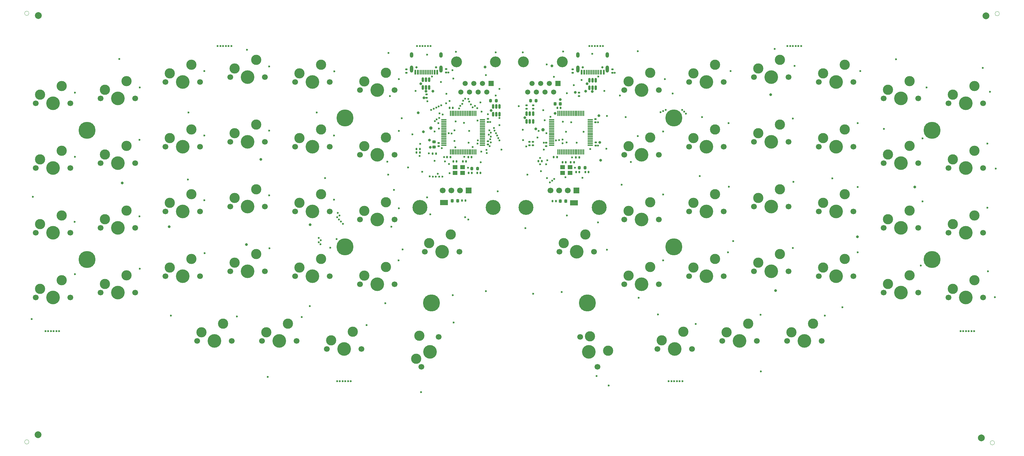
<source format=gts>
G04 #@! TF.GenerationSoftware,KiCad,Pcbnew,9.0.1*
G04 #@! TF.CreationDate,2025-05-10T22:07:30+12:00*
G04 #@! TF.ProjectId,Koca58,4b6f6361-3538-42e6-9b69-6361645f7063,v1.0.0*
G04 #@! TF.SameCoordinates,Original*
G04 #@! TF.FileFunction,Soldermask,Top*
G04 #@! TF.FilePolarity,Negative*
%FSLAX46Y46*%
G04 Gerber Fmt 4.6, Leading zero omitted, Abs format (unit mm)*
G04 Created by KiCad (PCBNEW 9.0.1) date 2025-05-10 22:07:30*
%MOMM*%
%LPD*%
G01*
G04 APERTURE LIST*
G04 Aperture macros list*
%AMRoundRect*
0 Rectangle with rounded corners*
0 $1 Rounding radius*
0 $2 $3 $4 $5 $6 $7 $8 $9 X,Y pos of 4 corners*
0 Add a 4 corners polygon primitive as box body*
4,1,4,$2,$3,$4,$5,$6,$7,$8,$9,$2,$3,0*
0 Add four circle primitives for the rounded corners*
1,1,$1+$1,$2,$3*
1,1,$1+$1,$4,$5*
1,1,$1+$1,$6,$7*
1,1,$1+$1,$8,$9*
0 Add four rect primitives between the rounded corners*
20,1,$1+$1,$2,$3,$4,$5,0*
20,1,$1+$1,$4,$5,$6,$7,0*
20,1,$1+$1,$6,$7,$8,$9,0*
20,1,$1+$1,$8,$9,$2,$3,0*%
G04 Aperture macros list end*
%ADD10C,0.100000*%
%ADD11C,1.700000*%
%ADD12C,3.000000*%
%ADD13C,4.000000*%
%ADD14C,3.200000*%
%ADD15R,1.500000X1.500000*%
%ADD16C,1.500000*%
%ADD17C,0.650000*%
%ADD18R,0.600000X1.450000*%
%ADD19R,0.300000X1.450000*%
%ADD20O,1.000000X2.100000*%
%ADD21O,1.000000X1.600000*%
%ADD22RoundRect,0.135000X-0.185000X0.135000X-0.185000X-0.135000X0.185000X-0.135000X0.185000X0.135000X0*%
%ADD23RoundRect,0.200000X-0.200000X-0.275000X0.200000X-0.275000X0.200000X0.275000X-0.200000X0.275000X0*%
%ADD24R,1.400000X1.200000*%
%ADD25C,5.000000*%
%ADD26R,1.000000X1.500000*%
%ADD27RoundRect,0.140000X-0.140000X-0.170000X0.140000X-0.170000X0.140000X0.170000X-0.140000X0.170000X0*%
%ADD28C,2.000000*%
%ADD29RoundRect,0.150000X0.150000X-0.512500X0.150000X0.512500X-0.150000X0.512500X-0.150000X-0.512500X0*%
%ADD30RoundRect,0.075000X0.075000X-0.700000X0.075000X0.700000X-0.075000X0.700000X-0.075000X-0.700000X0*%
%ADD31RoundRect,0.075000X0.700000X-0.075000X0.700000X0.075000X-0.700000X0.075000X-0.700000X-0.075000X0*%
%ADD32C,4.400000*%
%ADD33RoundRect,0.200000X0.200000X0.275000X-0.200000X0.275000X-0.200000X-0.275000X0.200000X-0.275000X0*%
%ADD34C,0.600000*%
%ADD35RoundRect,0.140000X0.140000X0.170000X-0.140000X0.170000X-0.140000X-0.170000X0.140000X-0.170000X0*%
%ADD36C,1.000000*%
%ADD37RoundRect,0.140000X-0.170000X0.140000X-0.170000X-0.140000X0.170000X-0.140000X0.170000X0.140000X0*%
%ADD38RoundRect,0.225000X-0.225000X-0.250000X0.225000X-0.250000X0.225000X0.250000X-0.225000X0.250000X0*%
%ADD39RoundRect,0.140000X0.170000X-0.140000X0.170000X0.140000X-0.170000X0.140000X-0.170000X-0.140000X0*%
%ADD40RoundRect,0.135000X0.185000X-0.135000X0.185000X0.135000X-0.185000X0.135000X-0.185000X-0.135000X0*%
%ADD41RoundRect,0.225000X0.250000X-0.225000X0.250000X0.225000X-0.250000X0.225000X-0.250000X-0.225000X0*%
%ADD42R,1.700000X1.700000*%
%ADD43RoundRect,0.150000X-0.150000X0.512500X-0.150000X-0.512500X0.150000X-0.512500X0.150000X0.512500X0*%
%ADD44RoundRect,0.135000X-0.135000X-0.185000X0.135000X-0.185000X0.135000X0.185000X-0.135000X0.185000X0*%
%ADD45RoundRect,0.135000X0.135000X0.185000X-0.135000X0.185000X-0.135000X-0.185000X0.135000X-0.185000X0*%
%ADD46RoundRect,0.218750X-0.218750X-0.256250X0.218750X-0.256250X0.218750X0.256250X-0.218750X0.256250X0*%
%ADD47RoundRect,0.218750X0.218750X0.256250X-0.218750X0.256250X-0.218750X-0.256250X0.218750X-0.256250X0*%
%ADD48C,0.800000*%
G04 APERTURE END LIST*
G36*
X223225000Y-138200000D02*
G01*
X222925000Y-138200000D01*
X222925000Y-136700000D01*
X223225000Y-136700000D01*
X223225000Y-138200000D01*
G37*
D10*
X348071200Y-81788000D02*
G75*
G02*
X346771200Y-81788000I-650000J0D01*
G01*
X346771200Y-81788000D02*
G75*
G02*
X348071200Y-81788000I650000J0D01*
G01*
X62981600Y-207822800D02*
G75*
G02*
X61681600Y-207822800I-650000J0D01*
G01*
X61681600Y-207822800D02*
G75*
G02*
X62981600Y-207822800I650000J0D01*
G01*
G36*
X184750000Y-136625000D02*
G01*
X185050000Y-136625000D01*
X185050000Y-138125000D01*
X184750000Y-138125000D01*
X184750000Y-136625000D01*
G37*
X62981600Y-81686400D02*
G75*
G02*
X61681600Y-81686400I-650000J0D01*
G01*
X61681600Y-81686400D02*
G75*
G02*
X62981600Y-81686400I650000J0D01*
G01*
X346648800Y-208076800D02*
G75*
G02*
X345348800Y-208076800I-650000J0D01*
G01*
X345348800Y-208076800D02*
G75*
G02*
X346648800Y-208076800I650000J0D01*
G01*
D11*
X305186000Y-101900000D03*
D12*
X302646000Y-96820000D03*
D13*
X300106000Y-101900000D03*
D12*
X296296000Y-99360000D03*
D11*
X295026000Y-101900000D03*
X276786000Y-178100000D03*
D12*
X274246000Y-173020000D03*
D13*
X271706000Y-178100000D03*
D12*
X267896000Y-175560000D03*
D11*
X266626000Y-178100000D03*
X228986000Y-151850000D03*
D12*
X226446000Y-146770000D03*
D13*
X223906000Y-151850000D03*
D12*
X220096000Y-149310000D03*
D11*
X218826000Y-151850000D03*
X94180000Y-144850000D03*
D12*
X91640000Y-139770000D03*
D13*
X89100000Y-144850000D03*
D12*
X85290000Y-142310000D03*
D11*
X84020000Y-144850000D03*
X132280000Y-119550000D03*
D12*
X129740000Y-114470000D03*
D13*
X127200000Y-119550000D03*
D12*
X123390000Y-117010000D03*
D11*
X122120000Y-119550000D03*
X132280000Y-138600000D03*
D12*
X129740000Y-133520000D03*
D13*
X127200000Y-138600000D03*
D12*
X123390000Y-136060000D03*
D11*
X122120000Y-138600000D03*
X170380000Y-142400000D03*
D12*
X167840000Y-137320000D03*
D13*
X165300000Y-142400000D03*
D12*
X161490000Y-139860000D03*
D11*
X160220000Y-142400000D03*
X94180000Y-106750000D03*
D12*
X91640000Y-101670000D03*
D13*
X89100000Y-106750000D03*
D12*
X85290000Y-104210000D03*
D11*
X84020000Y-106750000D03*
X75130000Y-146300000D03*
D12*
X72590000Y-141220000D03*
D13*
X70050000Y-146300000D03*
D12*
X66240000Y-143760000D03*
D11*
X64970000Y-146300000D03*
X151330000Y-120950000D03*
D12*
X148790000Y-115870000D03*
D13*
X146250000Y-120950000D03*
D12*
X142440000Y-118410000D03*
D11*
X141170000Y-120950000D03*
X267086000Y-101900000D03*
D12*
X264546000Y-96820000D03*
D13*
X262006000Y-101900000D03*
D12*
X258196000Y-99360000D03*
D11*
X256926000Y-101900000D03*
X267086000Y-159050000D03*
D12*
X264546000Y-153970000D03*
D13*
X262006000Y-159050000D03*
D12*
X258196000Y-156510000D03*
D11*
X256926000Y-159050000D03*
X132280000Y-157650000D03*
D12*
X129740000Y-152570000D03*
D13*
X127200000Y-157650000D03*
D12*
X123390000Y-155110000D03*
D11*
X122120000Y-157650000D03*
X113230000Y-120950000D03*
D12*
X110690000Y-115870000D03*
D13*
X108150000Y-120950000D03*
D12*
X104340000Y-118410000D03*
D11*
X103070000Y-120950000D03*
X305186000Y-120950000D03*
D12*
X302646000Y-115870000D03*
D13*
X300106000Y-120950000D03*
D12*
X296296000Y-118410000D03*
D11*
X295026000Y-120950000D03*
X170380000Y-123350000D03*
D12*
X167840000Y-118270000D03*
D13*
X165300000Y-123350000D03*
D12*
X161490000Y-120810000D03*
D11*
X160220000Y-123350000D03*
X286136000Y-100500000D03*
D12*
X283596000Y-95420000D03*
D13*
X281056000Y-100500000D03*
D12*
X277246000Y-97960000D03*
D11*
X275976000Y-100500000D03*
X122580000Y-178100000D03*
D12*
X120040000Y-173020000D03*
D13*
X117500000Y-178100000D03*
D12*
X113690000Y-175560000D03*
D11*
X112420000Y-178100000D03*
X189430000Y-151850000D03*
D12*
X186890000Y-146770000D03*
D13*
X184350000Y-151850000D03*
D12*
X180540000Y-149310000D03*
D11*
X179270000Y-151850000D03*
X324236000Y-144850000D03*
D12*
X321696000Y-139770000D03*
D13*
X319156000Y-144850000D03*
D12*
X315346000Y-142310000D03*
D11*
X314076000Y-144850000D03*
X343286000Y-146300000D03*
D12*
X340746000Y-141220000D03*
D13*
X338206000Y-146300000D03*
D12*
X334396000Y-143760000D03*
D11*
X333126000Y-146300000D03*
X248036000Y-104300000D03*
D12*
X245496000Y-99220000D03*
D13*
X242956000Y-104300000D03*
D12*
X239146000Y-101760000D03*
D11*
X237876000Y-104300000D03*
X132280000Y-100500000D03*
D12*
X129740000Y-95420000D03*
D13*
X127200000Y-100500000D03*
D12*
X123390000Y-97960000D03*
D11*
X122120000Y-100500000D03*
X286136000Y-157650000D03*
D12*
X283596000Y-152570000D03*
D13*
X281056000Y-157650000D03*
D12*
X277246000Y-155110000D03*
D11*
X275976000Y-157650000D03*
X257736000Y-180500000D03*
D12*
X255196000Y-175420000D03*
D13*
X252656000Y-180500000D03*
D12*
X248846000Y-177960000D03*
D11*
X247576000Y-180500000D03*
X248036000Y-123350000D03*
D12*
X245496000Y-118270000D03*
D13*
X242956000Y-123350000D03*
D12*
X239146000Y-120810000D03*
D11*
X237876000Y-123350000D03*
X151330000Y-140000000D03*
D12*
X148790000Y-134920000D03*
D13*
X146250000Y-140000000D03*
D12*
X142440000Y-137460000D03*
D11*
X141170000Y-140000000D03*
X324236000Y-106750000D03*
D12*
X321696000Y-101670000D03*
D13*
X319156000Y-106750000D03*
D12*
X315346000Y-104210000D03*
D11*
X314076000Y-106750000D03*
X94180000Y-163900000D03*
D12*
X91640000Y-158820000D03*
D13*
X89100000Y-163900000D03*
D12*
X85290000Y-161360000D03*
D11*
X84020000Y-163900000D03*
X141630000Y-178100000D03*
D12*
X139090000Y-173020000D03*
D13*
X136550000Y-178100000D03*
D12*
X132740000Y-175560000D03*
D11*
X131470000Y-178100000D03*
X113230000Y-140000000D03*
D12*
X110690000Y-134920000D03*
D13*
X108150000Y-140000000D03*
D12*
X104340000Y-137460000D03*
D11*
X103070000Y-140000000D03*
X248036000Y-142400000D03*
D12*
X245496000Y-137320000D03*
D13*
X242956000Y-142400000D03*
D12*
X239146000Y-139860000D03*
D11*
X237876000Y-142400000D03*
X229996000Y-185699409D03*
D12*
X233125409Y-180959705D03*
D13*
X227456000Y-181300000D03*
D12*
X227750705Y-176730443D03*
D11*
X224916000Y-176900591D03*
X295836000Y-178100000D03*
D12*
X293296000Y-173020000D03*
D13*
X290756000Y-178100000D03*
D12*
X286946000Y-175560000D03*
D11*
X285676000Y-178100000D03*
X286136000Y-138600000D03*
D12*
X283596000Y-133520000D03*
D13*
X281056000Y-138600000D03*
D12*
X277246000Y-136060000D03*
D11*
X275976000Y-138600000D03*
X267086000Y-140000000D03*
D12*
X264546000Y-134920000D03*
D13*
X262006000Y-140000000D03*
D12*
X258196000Y-137460000D03*
D11*
X256926000Y-140000000D03*
X343286000Y-108200000D03*
D12*
X340746000Y-103120000D03*
D13*
X338206000Y-108200000D03*
D12*
X334396000Y-105660000D03*
D11*
X333126000Y-108200000D03*
X305186000Y-159050000D03*
D12*
X302646000Y-153970000D03*
D13*
X300106000Y-159050000D03*
D12*
X296296000Y-156510000D03*
D11*
X295026000Y-159050000D03*
X113230000Y-101900000D03*
D12*
X110690000Y-96820000D03*
D13*
X108150000Y-101900000D03*
D12*
X104340000Y-99360000D03*
D11*
X103070000Y-101900000D03*
X286136000Y-119550000D03*
D12*
X283596000Y-114470000D03*
D13*
X281056000Y-119550000D03*
D12*
X277246000Y-117010000D03*
D11*
X275976000Y-119550000D03*
X183340000Y-176900591D03*
D12*
X177670591Y-176560295D03*
D13*
X180800000Y-181300000D03*
D12*
X176695295Y-183329557D03*
D11*
X178260000Y-185699409D03*
X75130000Y-165350000D03*
D12*
X72590000Y-160270000D03*
D13*
X70050000Y-165350000D03*
D12*
X66240000Y-162810000D03*
D11*
X64970000Y-165350000D03*
X343286000Y-127250000D03*
D12*
X340746000Y-122170000D03*
D13*
X338206000Y-127250000D03*
D12*
X334396000Y-124710000D03*
D11*
X333126000Y-127250000D03*
X75130000Y-127250000D03*
D12*
X72590000Y-122170000D03*
D13*
X70050000Y-127250000D03*
D12*
X66240000Y-124710000D03*
D11*
X64970000Y-127250000D03*
X151330000Y-101900000D03*
D12*
X148790000Y-96820000D03*
D13*
X146250000Y-101900000D03*
D12*
X142440000Y-99360000D03*
D11*
X141170000Y-101900000D03*
X324236000Y-125800000D03*
D12*
X321696000Y-120720000D03*
D13*
X319156000Y-125800000D03*
D12*
X315346000Y-123260000D03*
D11*
X314076000Y-125800000D03*
X324236000Y-163900000D03*
D12*
X321696000Y-158820000D03*
D13*
X319156000Y-163900000D03*
D12*
X315346000Y-161360000D03*
D11*
X314076000Y-163900000D03*
X170380000Y-161450000D03*
D12*
X167840000Y-156370000D03*
D13*
X165300000Y-161450000D03*
D12*
X161490000Y-158910000D03*
D11*
X160220000Y-161450000D03*
X170380000Y-104300000D03*
D12*
X167840000Y-99220000D03*
D13*
X165300000Y-104300000D03*
D12*
X161490000Y-101760000D03*
D11*
X160220000Y-104300000D03*
X248036000Y-161450000D03*
D12*
X245496000Y-156370000D03*
D13*
X242956000Y-161450000D03*
D12*
X239146000Y-158910000D03*
D11*
X237876000Y-161450000D03*
X75130000Y-108200000D03*
D12*
X72590000Y-103120000D03*
D13*
X70050000Y-108200000D03*
D12*
X66240000Y-105660000D03*
D11*
X64970000Y-108200000D03*
X151330000Y-159050000D03*
D12*
X148790000Y-153970000D03*
D13*
X146250000Y-159050000D03*
D12*
X142440000Y-156510000D03*
D11*
X141170000Y-159050000D03*
X267086000Y-120950000D03*
D12*
X264546000Y-115870000D03*
D13*
X262006000Y-120950000D03*
D12*
X258196000Y-118410000D03*
D11*
X256926000Y-120950000D03*
X94180000Y-125800000D03*
D12*
X91640000Y-120720000D03*
D13*
X89100000Y-125800000D03*
D12*
X85290000Y-123260000D03*
D11*
X84020000Y-125800000D03*
X160680000Y-180500000D03*
D12*
X158140000Y-175420000D03*
D13*
X155600000Y-180500000D03*
D12*
X151790000Y-177960000D03*
D11*
X150520000Y-180500000D03*
X305186000Y-140000000D03*
D12*
X302646000Y-134920000D03*
D13*
X300106000Y-140000000D03*
D12*
X296296000Y-137460000D03*
D11*
X295026000Y-140000000D03*
X343286000Y-165350000D03*
D12*
X340746000Y-160270000D03*
D13*
X338206000Y-165350000D03*
D12*
X334396000Y-162810000D03*
D11*
X333126000Y-165350000D03*
X113230000Y-159050000D03*
D12*
X110690000Y-153970000D03*
D13*
X108150000Y-159050000D03*
D12*
X104340000Y-156510000D03*
D11*
X103070000Y-159050000D03*
D14*
X219671000Y-95950000D03*
X208241000Y-95950000D03*
D15*
X218401000Y-102300000D03*
D16*
X217131000Y-104840000D03*
X215861000Y-102300000D03*
X214591000Y-104840000D03*
X213321000Y-102300000D03*
X212051000Y-104840000D03*
X210781000Y-102300000D03*
X209511000Y-104840000D03*
D17*
X231446000Y-97600000D03*
X225666000Y-97600000D03*
D18*
X231806000Y-99045000D03*
X231006000Y-99045000D03*
D19*
X229806000Y-99045000D03*
X228806000Y-99045000D03*
X228306000Y-99045000D03*
X227306000Y-99045000D03*
D18*
X226106000Y-99045000D03*
X225306000Y-99045000D03*
X225306000Y-99045000D03*
X226106000Y-99045000D03*
D19*
X226806000Y-99045000D03*
X227806000Y-99045000D03*
X229306000Y-99045000D03*
X230306000Y-99045000D03*
D18*
X231006000Y-99045000D03*
X231806000Y-99045000D03*
D20*
X232876000Y-98130000D03*
D21*
X232876000Y-93950000D03*
D20*
X224236000Y-98130000D03*
D21*
X224236000Y-93950000D03*
D17*
X182590000Y-97600000D03*
X176810000Y-97600000D03*
D18*
X182950000Y-99045000D03*
X182150000Y-99045000D03*
D19*
X180950000Y-99045000D03*
X179950000Y-99045000D03*
X179450000Y-99045000D03*
X178450000Y-99045000D03*
D18*
X177250000Y-99045000D03*
X176450000Y-99045000D03*
X176450000Y-99045000D03*
X177250000Y-99045000D03*
D19*
X177950000Y-99045000D03*
X178950000Y-99045000D03*
X180450000Y-99045000D03*
X181450000Y-99045000D03*
D18*
X182150000Y-99045000D03*
X182950000Y-99045000D03*
D20*
X184020000Y-98130000D03*
D21*
X184020000Y-93950000D03*
D20*
X175380000Y-98130000D03*
D21*
X175380000Y-93950000D03*
D14*
X200015000Y-95950000D03*
X188585000Y-95950000D03*
D15*
X198745000Y-102300000D03*
D16*
X197475000Y-104840000D03*
X196205000Y-102300000D03*
X194935000Y-104840000D03*
X193665000Y-102300000D03*
X192395000Y-104840000D03*
X191125000Y-102300000D03*
X189855000Y-104840000D03*
D22*
X211125000Y-108790000D03*
X211125000Y-109810000D03*
D23*
X198600000Y-107400000D03*
X200250000Y-107400000D03*
D24*
X188119000Y-128650000D03*
X190319000Y-128650000D03*
X190319000Y-126950000D03*
X188119000Y-126950000D03*
D25*
X80000000Y-116150000D03*
D26*
X223725000Y-137450000D03*
X222425000Y-137450000D03*
D27*
X222151000Y-125552200D03*
X223111000Y-125552200D03*
D28*
X342747600Y-206603600D03*
D29*
X199325000Y-111412500D03*
X200275000Y-111412500D03*
X201225000Y-111412500D03*
X201225000Y-109137500D03*
X200275000Y-109137500D03*
X199325000Y-109137500D03*
D27*
X194690000Y-128670000D03*
X195650000Y-128670000D03*
D25*
X227056000Y-166950000D03*
D23*
X193075000Y-127400000D03*
X194725000Y-127400000D03*
D30*
X186769000Y-122450000D03*
X187269000Y-122450000D03*
X187769000Y-122450000D03*
X188269000Y-122450000D03*
X188769000Y-122450000D03*
X189269000Y-122450000D03*
X189769000Y-122450000D03*
X190269000Y-122450000D03*
X190769000Y-122450000D03*
X191269000Y-122450000D03*
X191769000Y-122450000D03*
X192269000Y-122450000D03*
X192769000Y-122450000D03*
X193269000Y-122450000D03*
X193769000Y-122450000D03*
X194269000Y-122450000D03*
D31*
X196194000Y-120525000D03*
X196194000Y-120025000D03*
X196194000Y-119525000D03*
X196194000Y-119025000D03*
X196194000Y-118525000D03*
X196194000Y-118025000D03*
X196194000Y-117525000D03*
X196194000Y-117025000D03*
X196194000Y-116525000D03*
X196194000Y-116025000D03*
X196194000Y-115525000D03*
X196194000Y-115025000D03*
X196194000Y-114525000D03*
X196194000Y-114025000D03*
X196194000Y-113525000D03*
X196194000Y-113025000D03*
D30*
X194269000Y-111100000D03*
X193769000Y-111100000D03*
X193269000Y-111100000D03*
X192769000Y-111100000D03*
X192269000Y-111100000D03*
X191769000Y-111100000D03*
X191269000Y-111100000D03*
X190769000Y-111100000D03*
X190269000Y-111100000D03*
X189769000Y-111100000D03*
X189269000Y-111100000D03*
X188769000Y-111100000D03*
X188269000Y-111100000D03*
X187769000Y-111100000D03*
X187269000Y-111100000D03*
X186769000Y-111100000D03*
D31*
X184844000Y-113025000D03*
X184844000Y-113525000D03*
X184844000Y-114025000D03*
X184844000Y-114525000D03*
X184844000Y-115025000D03*
X184844000Y-115525000D03*
X184844000Y-116025000D03*
X184844000Y-116525000D03*
X184844000Y-117025000D03*
X184844000Y-117525000D03*
X184844000Y-118025000D03*
X184844000Y-118525000D03*
X184844000Y-119025000D03*
X184844000Y-119525000D03*
X184844000Y-120025000D03*
X184844000Y-120525000D03*
D22*
X222675000Y-98140000D03*
X222675000Y-99160000D03*
D32*
X177800000Y-138800000D03*
D22*
X185550000Y-98115000D03*
X185550000Y-99135000D03*
D25*
X181200000Y-166950000D03*
D33*
X211950000Y-107400000D03*
X210300000Y-107400000D03*
D34*
X122414800Y-91287600D03*
X121614800Y-91287600D03*
X120814800Y-91287600D03*
X120014800Y-91287600D03*
X119214800Y-91287600D03*
X118414800Y-91287600D03*
D35*
X220670000Y-125525000D03*
X219710000Y-125525000D03*
D36*
X214020400Y-115925600D03*
D28*
X65735200Y-82346800D03*
D37*
X229489000Y-119662000D03*
X229489000Y-120622000D03*
D25*
X155800000Y-150450000D03*
D27*
X226420000Y-128400000D03*
X227380000Y-128400000D03*
D35*
X186780000Y-124000000D03*
X185820000Y-124000000D03*
D25*
X328256000Y-116150000D03*
X80000000Y-154150000D03*
D34*
X180987600Y-91287600D03*
X180187600Y-91287600D03*
X179387600Y-91287600D03*
X178587600Y-91287600D03*
X177787600Y-91287600D03*
X176987600Y-91287600D03*
D29*
X209175000Y-113525000D03*
X210125000Y-113525000D03*
X211075000Y-113525000D03*
X211075000Y-111250000D03*
X210125000Y-111250000D03*
X209175000Y-111250000D03*
D25*
X252456000Y-150450000D03*
D27*
X218220000Y-109550000D03*
X219180000Y-109550000D03*
D22*
X210000000Y-119490000D03*
X210000000Y-120510000D03*
D38*
X217525000Y-108300000D03*
X219075000Y-108300000D03*
D32*
X230456000Y-138800000D03*
D39*
X214925000Y-120755000D03*
X214925000Y-119795000D03*
D23*
X224675000Y-127100000D03*
X226325000Y-127100000D03*
D37*
X197800000Y-112720000D03*
X197800000Y-113680000D03*
D34*
X250926800Y-189992000D03*
X251726800Y-189992000D03*
X252526800Y-189992000D03*
X253326800Y-189992000D03*
X254126800Y-189992000D03*
X254926800Y-189992000D03*
D40*
X179800000Y-106585000D03*
X179800000Y-105565000D03*
D25*
X252456000Y-112450000D03*
D41*
X182000000Y-121075000D03*
X182000000Y-119525000D03*
D22*
X224550000Y-105015000D03*
X224550000Y-106035000D03*
D42*
X223766000Y-133800000D03*
D11*
X221226000Y-133800000D03*
X218686000Y-133800000D03*
X216146000Y-133800000D03*
D35*
X224635000Y-124079000D03*
X223675000Y-124079000D03*
D34*
X289813600Y-91287600D03*
X289013600Y-91287600D03*
X288213600Y-91287600D03*
X287413600Y-91287600D03*
X286613600Y-91287600D03*
X285813600Y-91287600D03*
D43*
X180575000Y-101262500D03*
X179625000Y-101262500D03*
X178675000Y-101262500D03*
X178675000Y-103537500D03*
X179625000Y-103537500D03*
X180575000Y-103537500D03*
D22*
X173825000Y-98140000D03*
X173825000Y-99160000D03*
D27*
X186520000Y-109500000D03*
X187480000Y-109500000D03*
D39*
X183300000Y-120780000D03*
X183300000Y-119820000D03*
D44*
X176782000Y-122631200D03*
X177802000Y-122631200D03*
D30*
X218425000Y-122450000D03*
X218925000Y-122450000D03*
X219425000Y-122450000D03*
X219925000Y-122450000D03*
X220425000Y-122450000D03*
X220925000Y-122450000D03*
X221425000Y-122450000D03*
X221925000Y-122450000D03*
X222425000Y-122450000D03*
X222925000Y-122450000D03*
X223425000Y-122450000D03*
X223925000Y-122450000D03*
X224425000Y-122450000D03*
X224925000Y-122450000D03*
X225425000Y-122450000D03*
X225925000Y-122450000D03*
D31*
X227850000Y-120525000D03*
X227850000Y-120025000D03*
X227850000Y-119525000D03*
X227850000Y-119025000D03*
X227850000Y-118525000D03*
X227850000Y-118025000D03*
X227850000Y-117525000D03*
X227850000Y-117025000D03*
X227850000Y-116525000D03*
X227850000Y-116025000D03*
X227850000Y-115525000D03*
X227850000Y-115025000D03*
X227850000Y-114525000D03*
X227850000Y-114025000D03*
X227850000Y-113525000D03*
X227850000Y-113025000D03*
D30*
X225925000Y-111100000D03*
X225425000Y-111100000D03*
X224925000Y-111100000D03*
X224425000Y-111100000D03*
X223925000Y-111100000D03*
X223425000Y-111100000D03*
X222925000Y-111100000D03*
X222425000Y-111100000D03*
X221925000Y-111100000D03*
X221425000Y-111100000D03*
X220925000Y-111100000D03*
X220425000Y-111100000D03*
X219925000Y-111100000D03*
X219425000Y-111100000D03*
X218925000Y-111100000D03*
X218425000Y-111100000D03*
D31*
X216500000Y-113025000D03*
X216500000Y-113525000D03*
X216500000Y-114025000D03*
X216500000Y-114525000D03*
X216500000Y-115025000D03*
X216500000Y-115525000D03*
X216500000Y-116025000D03*
X216500000Y-116525000D03*
X216500000Y-117025000D03*
X216500000Y-117525000D03*
X216500000Y-118025000D03*
X216500000Y-118525000D03*
X216500000Y-119025000D03*
X216500000Y-119525000D03*
X216500000Y-120025000D03*
X216500000Y-120525000D03*
D44*
X176782000Y-121615200D03*
X177802000Y-121615200D03*
D45*
X182577200Y-122986800D03*
X181557200Y-122986800D03*
D35*
X193110000Y-128670000D03*
X192150000Y-128670000D03*
D45*
X217810000Y-136950000D03*
X216790000Y-136950000D03*
D26*
X184250000Y-137375000D03*
X185550000Y-137375000D03*
D32*
X208956000Y-138800000D03*
D34*
X67831200Y-175260000D03*
X68631200Y-175260000D03*
X69431200Y-175260000D03*
X70231200Y-175260000D03*
X71031200Y-175260000D03*
X71831200Y-175260000D03*
D28*
X344119200Y-82448400D03*
D36*
X181051200Y-115443000D03*
D46*
X219057500Y-136950000D03*
X220632500Y-136950000D03*
D35*
X188580000Y-125300000D03*
X187620000Y-125300000D03*
D37*
X197800000Y-119320000D03*
X197800000Y-120280000D03*
D45*
X213610000Y-125200000D03*
X212590000Y-125200000D03*
D25*
X155800000Y-112450000D03*
D44*
X190165000Y-136825000D03*
X191185000Y-136825000D03*
D22*
X209150000Y-108790000D03*
X209150000Y-109810000D03*
D37*
X229425000Y-112820000D03*
X229425000Y-113780000D03*
D28*
X65684400Y-205689200D03*
D35*
X218105000Y-124025000D03*
X217145000Y-124025000D03*
D34*
X336639200Y-175260000D03*
X337439200Y-175260000D03*
X338239200Y-175260000D03*
X339039200Y-175260000D03*
X339839200Y-175260000D03*
X340639200Y-175260000D03*
D24*
X219775000Y-128650000D03*
X221975000Y-128650000D03*
X221975000Y-126950000D03*
X219775000Y-126950000D03*
D34*
X153518000Y-189992000D03*
X154318000Y-189992000D03*
X155118000Y-189992000D03*
X155918000Y-189992000D03*
X156718000Y-189992000D03*
X157518000Y-189992000D03*
D25*
X328256000Y-154150000D03*
D35*
X224680000Y-128400000D03*
X223720000Y-128400000D03*
D32*
X199300000Y-138800000D03*
D43*
X229475000Y-101362500D03*
X228525000Y-101362500D03*
X227575000Y-101362500D03*
X227575000Y-103637500D03*
X228525000Y-103637500D03*
X229475000Y-103637500D03*
D47*
X188912500Y-136850000D03*
X187337500Y-136850000D03*
D35*
X192980000Y-124000000D03*
X192020000Y-124000000D03*
D22*
X234400000Y-98165000D03*
X234400000Y-99185000D03*
D27*
X190440000Y-125300000D03*
X191400000Y-125300000D03*
D42*
X192110000Y-133800000D03*
D11*
X189570000Y-133800000D03*
X187030000Y-133800000D03*
X184490000Y-133800000D03*
D34*
X231616000Y-91288400D03*
X230816000Y-91288400D03*
X230016000Y-91288400D03*
X229216000Y-91288400D03*
X228416000Y-91288400D03*
X227616000Y-91288400D03*
D22*
X211000000Y-119490000D03*
X211000000Y-120510000D03*
D34*
X175615600Y-117348000D03*
D48*
X178816000Y-116535200D03*
D34*
X187375000Y-98400000D03*
X197231000Y-163449000D03*
X187625000Y-100900000D03*
X184050000Y-101900000D03*
X198500000Y-113650000D03*
X64109600Y-135686800D03*
X198312500Y-120787500D03*
X192125600Y-119735600D03*
D48*
X180644800Y-119024400D03*
D34*
X200075000Y-93225000D03*
X172720000Y-151180800D03*
X180050000Y-107550000D03*
X178206400Y-193192400D03*
X169418000Y-144526000D03*
X187502800Y-164642800D03*
X186385200Y-126034800D03*
X170180000Y-133654800D03*
X185600000Y-105350000D03*
X172516800Y-112547400D03*
X168300400Y-125323600D03*
X89560400Y-95148400D03*
X180850000Y-140850000D03*
X184979000Y-124002800D03*
X133096000Y-188671200D03*
X190906400Y-123952000D03*
X147523200Y-110845600D03*
X109880400Y-110845600D03*
X109677200Y-130606800D03*
D48*
X145542000Y-143865600D03*
D34*
X177925000Y-120150000D03*
X150012400Y-130149600D03*
X174375000Y-127050000D03*
X195975000Y-110625000D03*
D48*
X104140000Y-144475200D03*
D34*
X192000000Y-127100000D03*
D48*
X126847600Y-149758400D03*
D34*
X176525000Y-104550000D03*
X186525000Y-107525000D03*
X104698800Y-170688000D03*
D48*
X178075000Y-102400000D03*
D34*
X188400000Y-93000000D03*
X200710800Y-134112000D03*
X187960000Y-119278400D03*
X63804800Y-171704000D03*
X201750000Y-121800000D03*
X178511200Y-128320800D03*
X195650000Y-107950000D03*
X192278000Y-116332000D03*
X186537600Y-128727200D03*
X168503600Y-129184400D03*
X201200000Y-114600000D03*
X179950000Y-93900000D03*
X187960000Y-116128800D03*
X180492400Y-122936000D03*
X127050800Y-92456000D03*
X168605200Y-93319600D03*
X151536400Y-150672800D03*
D48*
X131064000Y-124714000D03*
D34*
X167700000Y-167050000D03*
X195681600Y-125526800D03*
D48*
X90373200Y-131622800D03*
D34*
X169062400Y-106070400D03*
X145491200Y-167843200D03*
X197250000Y-99875000D03*
D48*
X198750481Y-110281637D03*
D34*
X183074000Y-128905000D03*
X197825000Y-111400000D03*
X201225000Y-112500000D03*
X188350000Y-113500000D03*
X190804800Y-113893600D03*
X193357955Y-121065918D03*
X195834000Y-122377200D03*
X177749200Y-123675000D03*
X186334400Y-117000000D03*
X182168800Y-116450000D03*
X215036400Y-116941600D03*
X212394800Y-118262400D03*
X76450000Y-105000000D03*
X181135711Y-110125000D03*
X189344000Y-109664634D03*
X181866279Y-109775000D03*
X189700716Y-108948562D03*
X95500000Y-103500000D03*
X190239205Y-108356925D03*
X182612638Y-109425000D03*
X114500000Y-98650000D03*
X183349429Y-109075278D03*
X190550000Y-107400000D03*
X133550000Y-97350000D03*
X184068671Y-108725000D03*
X191150000Y-106800000D03*
X152650000Y-98800000D03*
X192050000Y-106860000D03*
X171650000Y-101050000D03*
X185572400Y-108150000D03*
X199600000Y-115450000D03*
X76450000Y-123900000D03*
X183235600Y-114025000D03*
X95450000Y-118950000D03*
X194027039Y-108933513D03*
X182770225Y-112875000D03*
X194700000Y-109650000D03*
X114500000Y-117650000D03*
X182214011Y-113450000D03*
X133550000Y-116200000D03*
X183489600Y-112525000D03*
X193344000Y-109350000D03*
X184550000Y-111500000D03*
X152600000Y-117650000D03*
X192844000Y-108550000D03*
X183550000Y-111100000D03*
X171650000Y-116300000D03*
X192344000Y-107700000D03*
X198476053Y-118786012D03*
X76400000Y-143050000D03*
X201220685Y-119084063D03*
X200838683Y-118381156D03*
X198625000Y-118000000D03*
X95450000Y-141450000D03*
X198051167Y-117378429D03*
X114500000Y-136700000D03*
X200516992Y-117648681D03*
X198625000Y-116816133D03*
X133550000Y-135300000D03*
X200145905Y-116939950D03*
X152600000Y-136500000D03*
X198268413Y-116100000D03*
X199775000Y-116231125D03*
X171650000Y-139050000D03*
X76454000Y-158496000D03*
X148132800Y-147825000D03*
X153670000Y-140462000D03*
X154200785Y-141151998D03*
X95504000Y-156845000D03*
X148691600Y-148437600D03*
X114554000Y-152273000D03*
X148107400Y-149047200D03*
X153570998Y-141726998D03*
X133604000Y-150876000D03*
X194758000Y-119989413D03*
X154051000Y-142367000D03*
X197485000Y-122809000D03*
X148656959Y-149628568D03*
X154619000Y-142996998D03*
X197358000Y-121860000D03*
X194831025Y-119112975D03*
X153350000Y-148175000D03*
X171577000Y-154432000D03*
X155194000Y-143637000D03*
X183515000Y-129755000D03*
X124079000Y-170942000D03*
X191135000Y-141732000D03*
X192024000Y-142367000D03*
X143129000Y-171069000D03*
X184404000Y-129755000D03*
X162179000Y-173482000D03*
X182499000Y-129755000D03*
X187706000Y-172720000D03*
X181610000Y-129755000D03*
X180721000Y-129667000D03*
X249809000Y-101092000D03*
D48*
X180850000Y-121100000D03*
X179000000Y-106575000D03*
D34*
X185216800Y-125272800D03*
X179984400Y-135839200D03*
X194767200Y-113284000D03*
X182168800Y-125069600D03*
X198625000Y-119657821D03*
D48*
X177350000Y-110925000D03*
D34*
X269113000Y-98679000D03*
D48*
X211850000Y-115700000D03*
X230632000Y-119700000D03*
D34*
X225600000Y-130079000D03*
D48*
X230387500Y-111837500D03*
X230886000Y-124968000D03*
X217525600Y-111125000D03*
D34*
X214900000Y-126100000D03*
D48*
X223500000Y-104950000D03*
D34*
X214200000Y-121800000D03*
X287909000Y-97155000D03*
X307213000Y-98679000D03*
X326644000Y-103505000D03*
X186225000Y-99150000D03*
X181375000Y-100270002D03*
X345313000Y-104775000D03*
X249301000Y-116459000D03*
X256006600Y-111252000D03*
X248564400Y-110786000D03*
X268478000Y-114046000D03*
X249301000Y-110436000D03*
X255447800Y-110642400D03*
X287401000Y-112649000D03*
X250063000Y-110086000D03*
X306451000Y-114046000D03*
X254863600Y-110086000D03*
X325501000Y-118491000D03*
X344551000Y-120015000D03*
X249301000Y-135001000D03*
X268605000Y-132715000D03*
X287528000Y-131318000D03*
X306451000Y-132842000D03*
X325501000Y-137033000D03*
X344551000Y-138938000D03*
X249301000Y-154432000D03*
X268351000Y-152019000D03*
X287401000Y-150749000D03*
X306451000Y-152019000D03*
X324993000Y-155956000D03*
X344678000Y-157607000D03*
X230124000Y-143256000D03*
X229743000Y-188468000D03*
X216027000Y-131445000D03*
X258826000Y-173101000D03*
X217816733Y-119063094D03*
X218694000Y-118999000D03*
X216662000Y-130937000D03*
X277876000Y-170434000D03*
X217297000Y-130429000D03*
X219710000Y-118872000D03*
X296799000Y-170688000D03*
X219805117Y-113601744D03*
X222278278Y-113763794D03*
X220957000Y-119657000D03*
X219762500Y-119962500D03*
X213100000Y-124275000D03*
X208800000Y-144900000D03*
X213100000Y-126100000D03*
X209075000Y-120875000D03*
X317703200Y-95250000D03*
X260756400Y-112217200D03*
X269875000Y-148725000D03*
X343154000Y-97790000D03*
X220975000Y-141225000D03*
D48*
X280873200Y-105613200D03*
D34*
X216154000Y-112166400D03*
X223875600Y-119811800D03*
X227838000Y-121666000D03*
X206875000Y-109025000D03*
X215265000Y-124968000D03*
X236575600Y-105918000D03*
X232613200Y-121564400D03*
D48*
X208610414Y-112387500D03*
D34*
X208100000Y-119025000D03*
X217200000Y-100400000D03*
X346964000Y-127355600D03*
D48*
X219075000Y-107061000D03*
D34*
X219506800Y-163728400D03*
X232765600Y-151231600D03*
X241858800Y-117805200D03*
X225958400Y-116586000D03*
X232765600Y-111912400D03*
X247802400Y-170332400D03*
X225350000Y-101300000D03*
X221025000Y-105175000D03*
X215138000Y-130175000D03*
X239776000Y-125476000D03*
X214225000Y-119800000D03*
X223400000Y-127100000D03*
X222504000Y-124079000D03*
X252095000Y-105308400D03*
X220600000Y-129900000D03*
D48*
X226943543Y-102452865D03*
D34*
X214475000Y-113200000D03*
X223025000Y-102875000D03*
X238252000Y-112268000D03*
X301955200Y-168198800D03*
D48*
X323240400Y-132791200D03*
D34*
X211074000Y-164211000D03*
X212750000Y-116300000D03*
X219875000Y-92925000D03*
X220726000Y-116535200D03*
X228450000Y-93625000D03*
X208025000Y-115925000D03*
X215075000Y-96775000D03*
X233324400Y-191211200D03*
X213360000Y-128143000D03*
X230136000Y-120650000D03*
D48*
X306374800Y-147421600D03*
D34*
X282041600Y-92151200D03*
X237075000Y-132125000D03*
X208050000Y-93150000D03*
X230124000Y-113800000D03*
X232050000Y-104500000D03*
X241808000Y-92811600D03*
X277977600Y-187045600D03*
X209375000Y-129175000D03*
X299008800Y-130302000D03*
X260045200Y-129590800D03*
X242115230Y-165437851D03*
X314147200Y-115722400D03*
X346710000Y-165252400D03*
D48*
X282295600Y-163271200D03*
D34*
X214075000Y-110225000D03*
X188225000Y-121160000D03*
X184251600Y-121412000D03*
X187133622Y-117035327D03*
X183438800Y-115620800D03*
D48*
X196925000Y-97500000D03*
X181625000Y-104625000D03*
X179625000Y-104625000D03*
X216625000Y-97200000D03*
X228500000Y-104725000D03*
X226475000Y-104600000D03*
D34*
X230256000Y-100270002D03*
X235100000Y-99200000D03*
X200100000Y-105925000D03*
X201225000Y-103900000D03*
M02*

</source>
